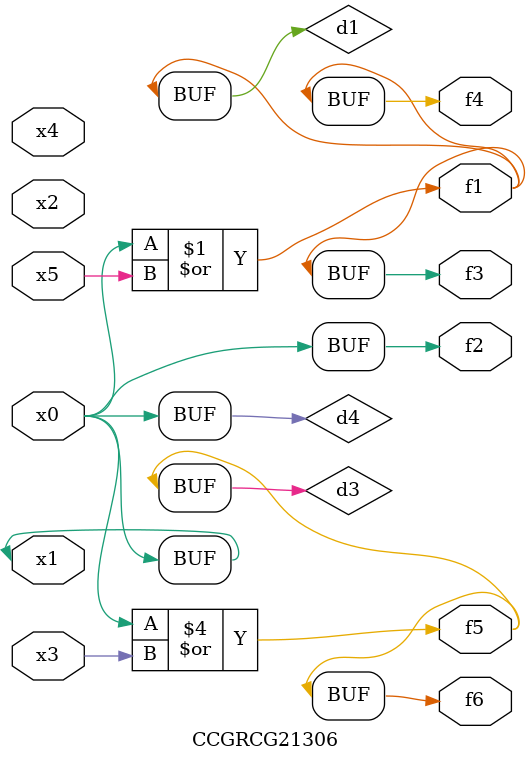
<source format=v>
module CCGRCG21306(
	input x0, x1, x2, x3, x4, x5,
	output f1, f2, f3, f4, f5, f6
);

	wire d1, d2, d3, d4;

	or (d1, x0, x5);
	xnor (d2, x1, x4);
	or (d3, x0, x3);
	buf (d4, x0, x1);
	assign f1 = d1;
	assign f2 = d4;
	assign f3 = d1;
	assign f4 = d1;
	assign f5 = d3;
	assign f6 = d3;
endmodule

</source>
